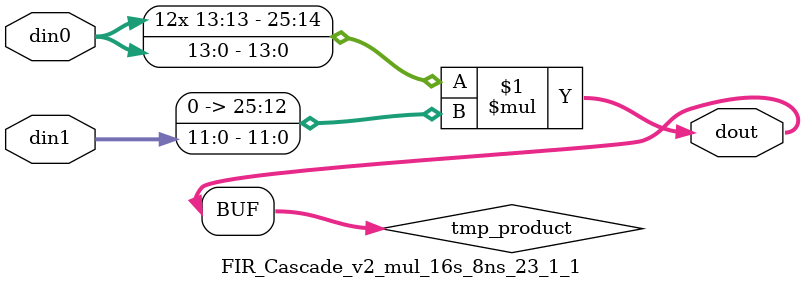
<source format=v>

`timescale 1 ns / 1 ps

 module FIR_Cascade_v2_mul_16s_8ns_23_1_1(din0, din1, dout);
parameter ID = 1;
parameter NUM_STAGE = 0;
parameter din0_WIDTH = 14;
parameter din1_WIDTH = 12;
parameter dout_WIDTH = 26;

input [din0_WIDTH - 1 : 0] din0; 
input [din1_WIDTH - 1 : 0] din1; 
output [dout_WIDTH - 1 : 0] dout;

wire signed [dout_WIDTH - 1 : 0] tmp_product;


























assign tmp_product = $signed(din0) * $signed({1'b0, din1});









assign dout = tmp_product;





















endmodule

</source>
